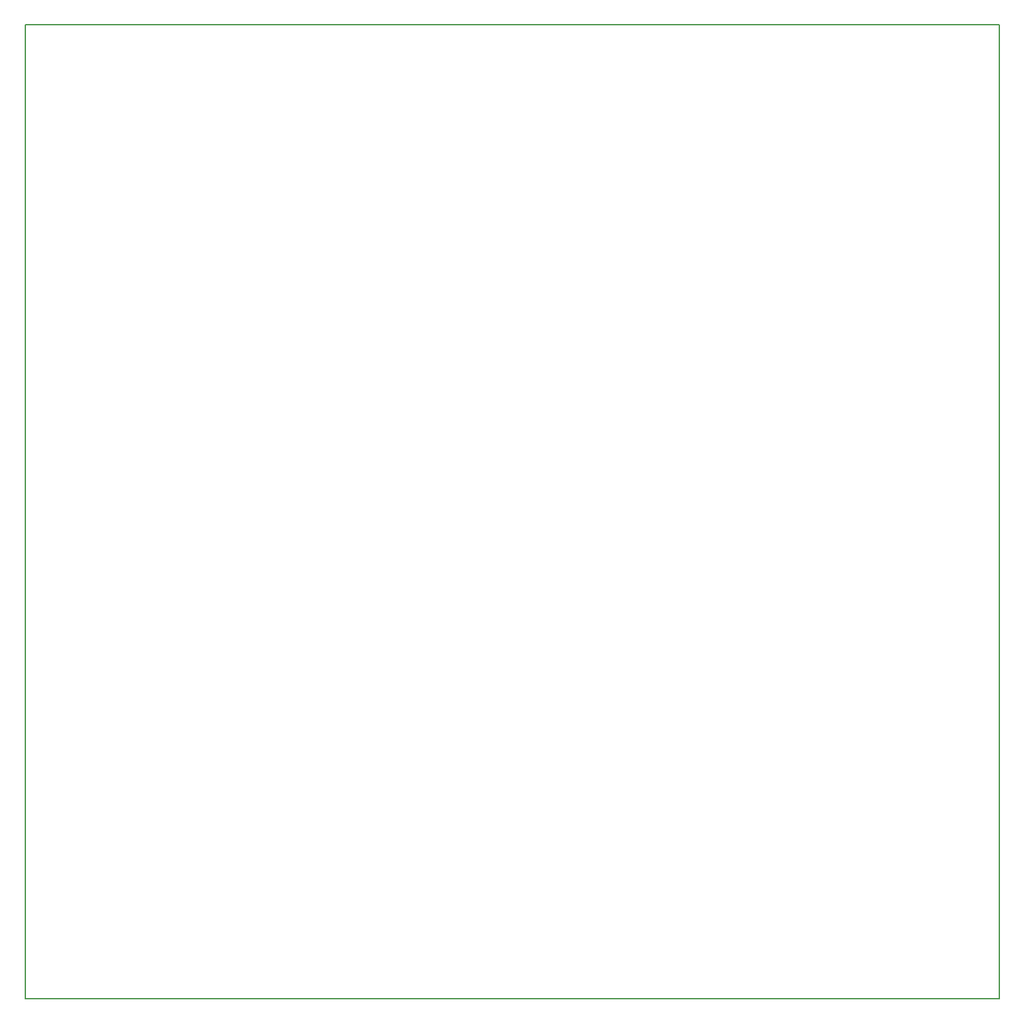
<source format=gbr>
%TF.GenerationSoftware,KiCad,Pcbnew,8.0.8*%
%TF.CreationDate,2025-03-31T18:54:26-05:00*%
%TF.ProjectId,Senior_Design_PCB_ethanl7_nrkim2,53656e69-6f72-45f4-9465-7369676e5f50,rev?*%
%TF.SameCoordinates,Original*%
%TF.FileFunction,Profile,NP*%
%FSLAX46Y46*%
G04 Gerber Fmt 4.6, Leading zero omitted, Abs format (unit mm)*
G04 Created by KiCad (PCBNEW 8.0.8) date 2025-03-31 18:54:26*
%MOMM*%
%LPD*%
G01*
G04 APERTURE LIST*
%TA.AperFunction,Profile*%
%ADD10C,0.200000*%
%TD*%
G04 APERTURE END LIST*
D10*
X80010000Y-24892000D02*
X207010000Y-24892000D01*
X207010000Y-151892000D01*
X80010000Y-151892000D01*
X80010000Y-24892000D01*
M02*

</source>
